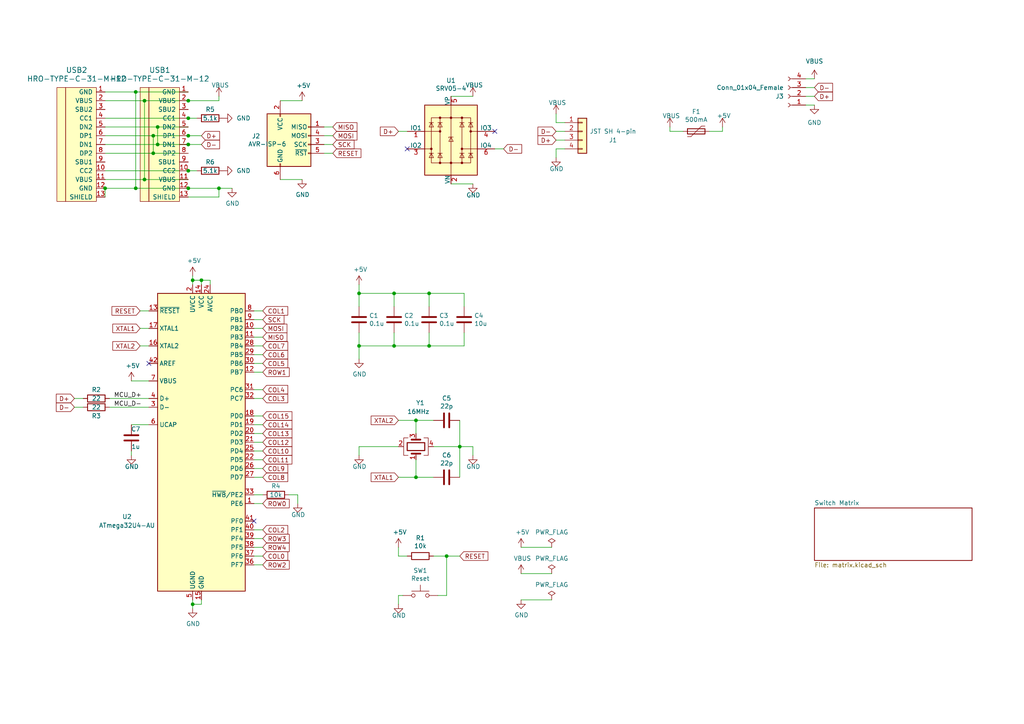
<source format=kicad_sch>
(kicad_sch (version 20230121) (generator eeschema)
  (paper "A4")
  (title_block (title "Bakeneko 65 V3") (date "2020-08-01") (rev "1") (comment 1 "Copyright © 2020 kkatano") (comment 2 "MIT License"))
  (lib_symbols
    (symbol "Connector:AVR-ISP-6" (pin_names (offset 1.016))
      (property "Reference" "J" (at 0 10.16 0))
      (property "Value" "Connector_AVR-ISP-6" (at 0 -7.62 0))
      (symbol "AVR-ISP-6_0_1"
        (rectangle (start -2.667 -5.588) (end -2.413 -6.35))
        (rectangle (start -2.667 8.89) (end -2.413 8.128))
        (rectangle (start 6.35 -2.413) (end 5.588 -2.667))
        (rectangle (start 6.35 0.127) (end 5.588 -0.127))
        (rectangle (start 6.35 2.667) (end 5.588 2.413))
        (rectangle (start 6.35 5.207) (end 5.588 4.953))
        (rectangle (start 6.35 8.89) (end -6.35 -6.35) (stroke (width 0.254)) (fill (type background)))
      )
      (symbol "AVR-ISP-6_1_1"
        (pin passive line (at 10.16 5.08 180) (length 3.81) (name "MISO") (number "1"))
        (pin power_in line (at -2.54 12.7 270) (length 3.81) (name "VCC") (number "2"))
        (pin passive line (at 10.16 0 180) (length 3.81) (name "SCK") (number "3"))
        (pin passive line (at 10.16 2.54 180) (length 3.81) (name "MOSI") (number "4"))
        (pin passive line (at 10.16 -2.54 180) (length 3.81) (name "~{RST}") (number "5"))
        (pin power_in line (at -2.54 -10.16 90) (length 3.81) (name "GND") (number "6"))
      )
    )
    (symbol "Connector:Conn_01x04_Female" (pin_names (offset 1.016) hide)
      (property "Reference" "J" (at 0 5.08 0))
      (property "Value" "Conn_01x04_Female" (at 0 -7.62 0))
      (symbol "Conn_01x04_Female_1_1"
        (arc (start 0 -4.572) (mid -0.5058 -5.08) (end 0 -5.588) (stroke (width 0.1524)))
        (arc (start 0 -2.032) (mid -0.5058 -2.54) (end 0 -3.048) (stroke (width 0.1524)))
        (polyline (pts (xy -1.27 -5.08) (xy -0.508 -5.08)) (stroke (width 0.1524)))
        (polyline (pts (xy -1.27 -2.54) (xy -0.508 -2.54)) (stroke (width 0.1524)))
        (polyline (pts (xy -1.27 0) (xy -0.508 0)) (stroke (width 0.1524)))
        (polyline (pts (xy -1.27 2.54) (xy -0.508 2.54)) (stroke (width 0.1524)))
        (arc (start 0 0.508) (mid -0.5058 0) (end 0 -0.508) (stroke (width 0.1524)))
        (arc (start 0 3.048) (mid -0.5058 2.54) (end 0 2.032) (stroke (width 0.1524)))
        (pin passive line (at -5.08 2.54 0) (length 3.81) (name "Pin_1") (number "1"))
        (pin passive line (at -5.08 0 0) (length 3.81) (name "Pin_2") (number "2"))
        (pin passive line (at -5.08 -2.54 0) (length 3.81) (name "Pin_3") (number "3"))
        (pin passive line (at -5.08 -5.08 0) (length 3.81) (name "Pin_4") (number "4"))
      )
    )
    (symbol "Connector_Generic:Conn_01x04" (pin_names (offset 1.016) hide)
      (property "Reference" "J" (at 0 5.08 0))
      (property "Value" "Connector_Generic_Conn_01x04" (at 0 -7.62 0))
      (symbol "Conn_01x04_1_1"
        (rectangle (start -1.27 -4.953) (end 0 -5.207) (stroke (width 0.1524)))
        (rectangle (start -1.27 -2.413) (end 0 -2.667) (stroke (width 0.1524)))
        (rectangle (start -1.27 0.127) (end 0 -0.127) (stroke (width 0.1524)))
        (rectangle (start -1.27 2.667) (end 0 2.413) (stroke (width 0.1524)))
        (rectangle (start -1.27 3.81) (end 1.27 -6.35) (stroke (width 0.254)) (fill (type background)))
        (pin passive line (at -5.08 2.54 0) (length 3.81) (name "Pin_1") (number "1"))
        (pin passive line (at -5.08 0 0) (length 3.81) (name "Pin_2") (number "2"))
        (pin passive line (at -5.08 -2.54 0) (length 3.81) (name "Pin_3") (number "3"))
        (pin passive line (at -5.08 -5.08 0) (length 3.81) (name "Pin_4") (number "4"))
      )
    )
    (symbol "Device:C" (pin_numbers hide) (pin_names (offset 0.254))
      (property "Reference" "C" (at 0.635 2.54 0))
      (property "Value" "Device_C" (at 0.635 -2.54 0))
      (symbol "C_0_1"
        (polyline (pts (xy -2.032 -0.762) (xy 2.032 -0.762)) (stroke (width 0.508)))
        (polyline (pts (xy -2.032 0.762) (xy 2.032 0.762)) (stroke (width 0.508)))
      )
      (symbol "C_1_1"
        (pin passive line (at 0 3.81 270) (length 2.794) (name "~") (number "1"))
        (pin passive line (at 0 -3.81 90) (length 2.794) (name "~") (number "2"))
      )
    )
    (symbol "Device:Crystal_GND24" (pin_names (offset 1.016) hide)
      (property "Reference" "Y" (at 3.175 5.08 0))
      (property "Value" "Device_Crystal_GND24" (at 3.175 3.175 0))
      (symbol "Crystal_GND24_0_1"
        (rectangle (start -1.143 2.54) (end 1.143 -2.54) (stroke (width 0.3048)))
        (polyline (pts (xy -2.54 0) (xy -2.032 0)))
        (polyline (pts (xy -2.032 -1.27) (xy -2.032 1.27)) (stroke (width 0.508)))
        (polyline (pts (xy 0 -3.81) (xy 0 -3.556)))
        (polyline (pts (xy 0 3.556) (xy 0 3.81)))
        (polyline (pts (xy 2.032 -1.27) (xy 2.032 1.27)) (stroke (width 0.508)))
        (polyline (pts (xy 2.032 0) (xy 2.54 0)))
        (polyline (pts (xy -2.54 -2.286) (xy -2.54 -3.556) (xy 2.54 -3.556) (xy 2.54 -2.286)))
        (polyline (pts (xy -2.54 2.286) (xy -2.54 3.556) (xy 2.54 3.556) (xy 2.54 2.286)))
      )
      (symbol "Crystal_GND24_1_1"
        (pin passive line (at -3.81 0 0) (length 1.27) (name "1") (number "1"))
        (pin passive line (at 0 5.08 270) (length 1.27) (name "2") (number "2"))
        (pin passive line (at 3.81 0 180) (length 1.27) (name "3") (number "3"))
        (pin passive line (at 0 -5.08 90) (length 1.27) (name "4") (number "4"))
      )
    )
    (symbol "Device:Polyfuse" (pin_numbers hide) (pin_names (offset 0))
      (property "Reference" "F" (at -2.54 0 90))
      (property "Value" "Device_Polyfuse" (at 2.54 0 90))
      (symbol "Polyfuse_0_1"
        (rectangle (start -0.762 2.54) (end 0.762 -2.54) (stroke (width 0.254)))
        (polyline (pts (xy 0 2.54) (xy 0 -2.54)))
        (polyline (pts (xy -1.524 2.54) (xy -1.524 1.524) (xy 1.524 -1.524) (xy 1.524 -2.54)))
      )
      (symbol "Polyfuse_1_1"
        (pin passive line (at 0 3.81 270) (length 1.27) (name "~") (number "1"))
        (pin passive line (at 0 -3.81 90) (length 1.27) (name "~") (number "2"))
      )
    )
    (symbol "Device:R" (pin_numbers hide) (pin_names (offset 0))
      (property "Reference" "R" (at 2.032 0 90))
      (property "Value" "Device_R" (at 0 0 90))
      (symbol "R_0_1"
        (rectangle (start -1.016 -2.54) (end 1.016 2.54) (stroke (width 0.254)))
      )
      (symbol "R_1_1"
        (pin passive line (at 0 3.81 270) (length 1.27) (name "~") (number "1"))
        (pin passive line (at 0 -3.81 90) (length 1.27) (name "~") (number "2"))
      )
    )
    (symbol "GND_1" (power) (pin_names (offset 0))
      (property "Value" "GND_1" (at 0 -3.81 0))
      (symbol "GND_1_0_1"
        (polyline (pts (xy 0 0) (xy 0 -1.27) (xy 1.27 -1.27) (xy 0 -2.54) (xy -1.27 -1.27) (xy 0 -1.27)))
      )
      (symbol "GND_1_1_1"
        (pin power_in line (at 0 0 270) (length 0) hide (name "GND") (number "1"))
      )
    )
    (symbol "GND_2" (power) (pin_names (offset 0))
      (property "Value" "GND_2" (at 0 -3.81 0))
      (symbol "GND_2_0_1"
        (polyline (pts (xy 0 0) (xy 0 -1.27) (xy 1.27 -1.27) (xy 0 -2.54) (xy -1.27 -1.27) (xy 0 -1.27)))
      )
      (symbol "GND_2_1_1"
        (pin power_in line (at 0 0 270) (length 0) hide (name "GND") (number "1"))
      )
    )
    (symbol "GND_3" (power) (pin_names (offset 0))
      (property "Value" "GND_3" (at 0 -3.81 0))
      (symbol "GND_3_0_1"
        (polyline (pts (xy 0 0) (xy 0 -1.27) (xy 1.27 -1.27) (xy 0 -2.54) (xy -1.27 -1.27) (xy 0 -1.27)))
      )
      (symbol "GND_3_1_1"
        (pin power_in line (at 0 0 270) (length 0) hide (name "GND") (number "1"))
      )
    )
    (symbol "MCU_Microchip_ATmega:ATmega32U4-AU"
      (property "Reference" "U" (at -12.7 44.45 0))
      (property "Value" "MCU_Microchip_ATmega_ATmega32U4-AU" (at 2.54 -44.45 0))
      (symbol "ATmega32U4-AU_0_1"
        (rectangle (start -12.7 -43.18) (end 12.7 43.18) (stroke (width 0.254)) (fill (type background)))
      )
      (symbol "ATmega32U4-AU_1_1"
        (pin tri_state line (at 15.24 -17.78 180) (length 2.54) (name "PE6") (number "1"))
        (pin tri_state line (at 15.24 33.02 180) (length 2.54) (name "PB2") (number "10"))
        (pin tri_state line (at 15.24 30.48 180) (length 2.54) (name "PB3") (number "11"))
        (pin tri_state line (at 15.24 20.32 180) (length 2.54) (name "PB7") (number "12"))
        (pin input line (at -15.24 38.1 0) (length 2.54) (name "~{RESET}") (number "13"))
        (pin power_in line (at 0 45.72 270) (length 2.54) (name "VCC") (number "14"))
        (pin power_in line (at 0 -45.72 90) (length 2.54) (name "GND") (number "15"))
        (pin output line (at -15.24 27.94 0) (length 2.54) (name "XTAL2") (number "16"))
        (pin input line (at -15.24 33.02 0) (length 2.54) (name "XTAL1") (number "17"))
        (pin tri_state line (at 15.24 7.62 180) (length 2.54) (name "PD0") (number "18"))
        (pin tri_state line (at 15.24 5.08 180) (length 2.54) (name "PD1") (number "19"))
        (pin power_in line (at -2.54 45.72 270) (length 2.54) (name "UVCC") (number "2"))
        (pin tri_state line (at 15.24 2.54 180) (length 2.54) (name "PD2") (number "20"))
        (pin tri_state line (at 15.24 0 180) (length 2.54) (name "PD3") (number "21"))
        (pin tri_state line (at 15.24 -5.08 180) (length 2.54) (name "PD5") (number "22"))
        (pin passive line (at 0 -45.72 90) (length 2.54) hide (name "GND") (number "23"))
        (pin power_in line (at 2.54 45.72 270) (length 2.54) (name "AVCC") (number "24"))
        (pin tri_state line (at 15.24 -2.54 180) (length 2.54) (name "PD4") (number "25"))
        (pin tri_state line (at 15.24 -7.62 180) (length 2.54) (name "PD6") (number "26"))
        (pin tri_state line (at 15.24 -10.16 180) (length 2.54) (name "PD7") (number "27"))
        (pin tri_state line (at 15.24 27.94 180) (length 2.54) (name "PB4") (number "28"))
        (pin tri_state line (at 15.24 25.4 180) (length 2.54) (name "PB5") (number "29"))
        (pin bidirectional line (at -15.24 10.16 0) (length 2.54) (name "D-") (number "3"))
        (pin tri_state line (at 15.24 22.86 180) (length 2.54) (name "PB6") (number "30"))
        (pin tri_state line (at 15.24 15.24 180) (length 2.54) (name "PC6") (number "31"))
        (pin tri_state line (at 15.24 12.7 180) (length 2.54) (name "PC7") (number "32"))
        (pin tri_state line (at 15.24 -15.24 180) (length 2.54) (name "~{HWB}/PE2") (number "33"))
        (pin passive line (at 0 45.72 270) (length 2.54) hide (name "VCC") (number "34"))
        (pin passive line (at 0 -45.72 90) (length 2.54) hide (name "GND") (number "35"))
        (pin tri_state line (at 15.24 -35.56 180) (length 2.54) (name "PF7") (number "36"))
        (pin tri_state line (at 15.24 -33.02 180) (length 2.54) (name "PF6") (number "37"))
        (pin tri_state line (at 15.24 -30.48 180) (length 2.54) (name "PF5") (number "38"))
        (pin tri_state line (at 15.24 -27.94 180) (length 2.54) (name "PF4") (number "39"))
        (pin bidirectional line (at -15.24 12.7 0) (length 2.54) (name "D+") (number "4"))
        (pin tri_state line (at 15.24 -25.4 180) (length 2.54) (name "PF1") (number "40"))
        (pin tri_state line (at 15.24 -22.86 180) (length 2.54) (name "PF0") (number "41"))
        (pin passive line (at -15.24 22.86 0) (length 2.54) (name "AREF") (number "42"))
        (pin passive line (at 0 -45.72 90) (length 2.54) hide (name "GND") (number "43"))
        (pin passive line (at 2.54 45.72 270) (length 2.54) hide (name "AVCC") (number "44"))
        (pin passive line (at -2.54 -45.72 90) (length 2.54) (name "UGND") (number "5"))
        (pin passive line (at -15.24 5.08 0) (length 2.54) (name "UCAP") (number "6"))
        (pin input line (at -15.24 17.78 0) (length 2.54) (name "VBUS") (number "7"))
        (pin tri_state line (at 15.24 38.1 180) (length 2.54) (name "PB0") (number "8"))
        (pin tri_state line (at 15.24 35.56 180) (length 2.54) (name "PB1") (number "9"))
      )
    )
    (symbol "Power_Protection:SRV05-4" (pin_names (offset 0))
      (property "Reference" "U" (at -5.08 11.43 0))
      (property "Value" "Power_Protection_SRV05-4" (at 2.54 11.43 0))
      (symbol "SRV05-4_0_0"
        (rectangle (start -5.715 6.477) (end 5.715 -6.604))
        (polyline (pts (xy -3.175 -6.604) (xy -3.175 6.477)))
        (polyline (pts (xy 3.175 6.477) (xy 3.175 -6.604)))
      )
      (symbol "SRV05-4_0_1"
        (rectangle (start -7.62 10.16) (end 7.62 -10.16) (stroke (width 0.254)) (fill (type background)))
        (circle (center -5.715 -2.54) (radius 0.2794) (fill (type outline)))
        (circle (center -3.175 -6.604) (radius 0.2794) (fill (type outline)))
        (circle (center -3.175 2.54) (radius 0.2794) (fill (type outline)))
        (circle (center -3.175 6.477) (radius 0.2794) (fill (type outline)))
        (circle (center 0 -6.604) (radius 0.2794) (fill (type outline)))
        (polyline (pts (xy -7.747 2.54) (xy -3.175 2.54)))
        (polyline (pts (xy -7.62 -2.54) (xy -5.715 -2.54)))
        (polyline (pts (xy -5.08 -3.81) (xy -6.35 -3.81)))
        (polyline (pts (xy -5.08 5.08) (xy -6.35 5.08)))
        (polyline (pts (xy -2.54 -3.81) (xy -3.81 -3.81)))
        (polyline (pts (xy -2.54 5.08) (xy -3.81 5.08)))
        (polyline (pts (xy 0 10.16) (xy 0 -10.16)))
        (polyline (pts (xy 3.81 -3.81) (xy 2.54 -3.81)))
        (polyline (pts (xy 3.81 5.08) (xy 2.54 5.08)))
        (polyline (pts (xy 6.35 -3.81) (xy 5.08 -3.81)))
        (polyline (pts (xy 6.35 5.08) (xy 5.08 5.08)))
        (polyline (pts (xy 7.62 -2.54) (xy 3.175 -2.54)))
        (polyline (pts (xy 7.62 2.54) (xy 5.715 2.54)))
        (polyline (pts (xy 0.635 0.889) (xy -0.635 0.889) (xy -0.635 0.635)))
        (polyline (pts (xy -5.08 -5.08) (xy -6.35 -5.08) (xy -5.715 -3.81) (xy -5.08 -5.08)))
        (polyline (pts (xy -5.08 3.81) (xy -6.35 3.81) (xy -5.715 5.08) (xy -5.08 3.81)))
        (polyline (pts (xy -2.54 -5.08) (xy -3.81 -5.08) (xy -3.175 -3.81) (xy -2.54 -5.08)))
        (polyline (pts (xy -2.54 3.81) (xy -3.81 3.81) (xy -3.175 5.08) (xy -2.54 3.81)))
        (polyline (pts (xy 0.635 -0.381) (xy -0.635 -0.381) (xy 0 0.889) (xy 0.635 -0.381)))
        (polyline (pts (xy 3.81 -5.08) (xy 2.54 -5.08) (xy 3.175 -3.81) (xy 3.81 -5.08)))
        (polyline (pts (xy 3.81 3.81) (xy 2.54 3.81) (xy 3.175 5.08) (xy 3.81 3.81)))
        (polyline (pts (xy 6.35 -5.08) (xy 5.08 -5.08) (xy 5.715 -3.81) (xy 6.35 -5.08)))
        (polyline (pts (xy 6.35 3.81) (xy 5.08 3.81) (xy 5.715 5.08) (xy 6.35 3.81)))
        (circle (center 0 6.477) (radius 0.2794) (fill (type outline)))
        (circle (center 3.175 -6.604) (radius 0.2794) (fill (type outline)))
        (circle (center 3.175 -2.54) (radius 0.2794) (fill (type outline)))
        (circle (center 3.175 6.477) (radius 0.2794) (fill (type outline)))
        (circle (center 5.715 2.54) (radius 0.2794) (fill (type outline)))
      )
      (symbol "SRV05-4_1_1"
        (pin passive line (at -12.7 2.54 0) (length 5.08) (name "IO1") (number "1"))
        (pin passive line (at 0 -12.7 90) (length 2.54) (name "VN") (number "2"))
        (pin passive line (at -12.7 -2.54 0) (length 5.08) (name "IO2") (number "3"))
        (pin passive line (at 12.7 2.54 180) (length 5.08) (name "IO3") (number "4"))
        (pin passive line (at 0 12.7 270) (length 2.54) (name "VP") (number "5"))
        (pin passive line (at 12.7 -2.54 180) (length 5.08) (name "IO4") (number "6"))
      )
    )
    (symbol "Switch:SW_Push" (pin_numbers hide) (pin_names (offset 1.016) hide)
      (property "Reference" "SW" (at 1.27 2.54 0))
      (property "Value" "Switch_SW_Push" (at 0 -1.524 0))
      (symbol "SW_Push_0_1"
        (circle (center -2.032 0) (radius 0.508))
        (polyline (pts (xy 0 1.27) (xy 0 3.048)))
        (polyline (pts (xy 2.54 1.27) (xy -2.54 1.27)))
        (circle (center 2.032 0) (radius 0.508))
        (pin passive line (at -5.08 0 0) (length 2.54) (name "1") (number "1"))
        (pin passive line (at 5.08 0 180) (length 2.54) (name "2") (number "2"))
      )
    )
    (symbol "Type-C:HRO-TYPE-C-31-M-12" (pin_names (offset 1.016))
      (property "Reference" "USB" (at -5.08 16.51 0))
      (property "Value" "HRO-TYPE-C-31-M-12" (at -10.16 -1.27 90))
      (symbol "HRO-TYPE-C-31-M-12_0_1"
        (rectangle (start -11.43 15.24) (end -8.89 -17.78) (fill (type background)))
        (rectangle (start 0 -17.78) (end -8.89 15.24) (fill (type background)))
      )
      (symbol "HRO-TYPE-C-31-M-12_1_1"
        (pin input line (at 2.54 13.97 180) (length 2.54) (name "GND") (number "1"))
        (pin input line (at 2.54 -8.89 180) (length 2.54) (name "CC2") (number "10"))
        (pin input line (at 2.54 -11.43 180) (length 2.54) (name "VBUS") (number "11"))
        (pin input line (at 2.54 -13.97 180) (length 2.54) (name "GND") (number "12"))
        (pin input line (at 2.54 -16.51 180) (length 2.54) (name "SHIELD") (number "13"))
        (pin input line (at 2.54 11.43 180) (length 2.54) (name "VBUS") (number "2"))
        (pin input line (at 2.54 8.89 180) (length 2.54) (name "SBU2") (number "3"))
        (pin input line (at 2.54 6.35 180) (length 2.54) (name "CC1") (number "4"))
        (pin input line (at 2.54 3.81 180) (length 2.54) (name "DN2") (number "5"))
        (pin input line (at 2.54 1.27 180) (length 2.54) (name "DP1") (number "6"))
        (pin input line (at 2.54 -1.27 180) (length 2.54) (name "DN1") (number "7"))
        (pin input line (at 2.54 -3.81 180) (length 2.54) (name "DP2") (number "8"))
        (pin input line (at 2.54 -6.35 180) (length 2.54) (name "SBU1") (number "9"))
      )
    )
    (symbol "VBUS_1" (power) (pin_names (offset 0))
      (property "Value" "VBUS_1" (at 0 3.81 0))
      (symbol "VBUS_1_0_1"
        (polyline (pts (xy -0.762 1.27) (xy 0 2.54)))
        (polyline (pts (xy 0 0) (xy 0 2.54)))
        (polyline (pts (xy 0 2.54) (xy 0.762 1.27)))
      )
      (symbol "VBUS_1_1_1"
        (pin power_in line (at 0 0 90) (length 0) hide (name "VBUS") (number "1"))
      )
    )
    (symbol "power:+5V" (power) (pin_names (offset 0))
      (property "Value" "power_+5V" (at 0 3.556 0))
      (symbol "+5V_0_1"
        (polyline (pts (xy -0.762 1.27) (xy 0 2.54)))
        (polyline (pts (xy 0 0) (xy 0 2.54)))
        (polyline (pts (xy 0 2.54) (xy 0.762 1.27)))
      )
      (symbol "+5V_1_1"
        (pin power_in line (at 0 0 90) (length 0) hide (name "+5V") (number "1"))
      )
    )
    (symbol "power:GND" (power) (pin_names (offset 0))
      (property "Value" "power_GND" (at 0 -3.81 0))
      (symbol "GND_0_1"
        (polyline (pts (xy 0 0) (xy 0 -1.27) (xy 1.27 -1.27) (xy 0 -2.54) (xy -1.27 -1.27) (xy 0 -1.27)))
      )
      (symbol "GND_1_1"
        (pin power_in line (at 0 0 270) (length 0) hide (name "GND") (number "1"))
      )
    )
    (symbol "power:PWR_FLAG" (power) (pin_numbers hide) (pin_names (offset 0) hide)
      (property "Value" "power_PWR_FLAG" (at 0 3.81 0))
      (symbol "PWR_FLAG_0_0"
        (pin power_out line (at 0 0 90) (length 0) (name "pwr") (number "1"))
      )
      (symbol "PWR_FLAG_0_1"
        (polyline (pts (xy 0 0) (xy 0 1.27) (xy -1.016 1.905) (xy 0 2.54) (xy 1.016 1.905) (xy 0 1.27)))
      )
    )
    (symbol "power:VBUS" (power) (pin_names (offset 0))
      (property "Value" "power_VBUS" (at 0 3.81 0))
      (symbol "VBUS_0_1"
        (polyline (pts (xy -0.762 1.27) (xy 0 2.54)))
        (polyline (pts (xy 0 0) (xy 0 2.54)))
        (polyline (pts (xy 0 2.54) (xy 0.762 1.27)))
      )
      (symbol "VBUS_1_1"
        (pin power_in line (at 0 0 90) (length 0) hide (name "VBUS") (number "1"))
      )
    )
  )
  (junction (at 30.48 54.61))
  (junction (at 44.45 44.45))
  (junction (at 104.14 100.33))
  (junction (at 124.46 100.33))
  (junction (at 39.37 26.67))
  (junction (at 41.91 29.21))
  (junction (at 54.61 49.53))
  (junction (at 55.88 175.26))
  (junction (at 120.65 121.92))
  (junction (at 114.3 100.33))
  (junction (at 45.72 41.91))
  (junction (at 54.61 29.21))
  (junction (at 44.45 39.37))
  (junction (at 54.61 41.91))
  (junction (at 54.61 34.29))
  (junction (at 133.35 129.54))
  (junction (at 58.42 81.28))
  (junction (at 55.88 81.28))
  (junction (at 104.14 85.09))
  (junction (at 39.37 54.61))
  (junction (at 41.91 52.07))
  (junction (at 124.46 85.09))
  (junction (at 129.54 161.29))
  (junction (at 54.61 39.37))
  (junction (at 120.65 138.43))
  (junction (at 63.5 54.61))
  (junction (at 54.61 54.61))
  (junction (at 114.3 85.09))
  (junction (at 45.72 36.83))
  (no_connect (at 43.18 105.41))
  (no_connect (at 143.51 38.1))
  (no_connect (at 118.11 43.18))
  (no_connect (at 73.66 151.13))
  (wire (pts (xy 54.61 57.15) (xy 63.5 57.15)))
  (wire (pts (xy 55.88 81.28) (xy 55.88 82.55)))
  (wire (pts (xy 104.14 129.54) (xy 115.57 129.54)))
  (wire (pts (xy 76.2 163.83) (xy 73.66 163.83)))
  (wire (pts (xy 120.65 138.43) (xy 125.73 138.43)))
  (wire (pts (xy 104.14 132.08) (xy 104.14 129.54)))
  (wire (pts (xy 236.22 25.4) (xy 233.68 25.4)))
  (wire (pts (xy 104.14 85.09) (xy 114.3 85.09)))
  (wire (pts (xy 163.83 40.64) (xy 161.29 40.64)))
  (wire (pts (xy 30.48 44.45) (xy 44.45 44.45)))
  (wire (pts (xy 63.5 54.61) (xy 63.5 57.15)))
  (wire (pts (xy 133.35 129.54) (xy 133.35 138.43)))
  (wire (pts (xy 236.22 30.48) (xy 233.68 30.48)))
  (wire (pts (xy 129.54 161.29) (xy 129.54 172.72)))
  (wire (pts (xy 133.35 129.54) (xy 137.16 129.54)))
  (wire (pts (xy 44.45 39.37) (xy 44.45 44.45)))
  (wire (pts (xy 41.91 29.21) (xy 41.91 52.07)))
  (wire (pts (xy 120.65 121.92) (xy 125.73 121.92)))
  (wire (pts (xy 39.37 54.61) (xy 54.61 54.61)))
  (wire (pts (xy 73.66 120.65) (xy 76.2 120.65)))
  (wire (pts (xy 129.54 172.72) (xy 127 172.72)))
  (wire (pts (xy 39.37 26.67) (xy 54.61 26.67)))
  (wire (pts (xy 76.2 133.35) (xy 73.66 133.35)))
  (wire (pts (xy 114.3 85.09) (xy 124.46 85.09)))
  (wire (pts (xy 44.45 39.37) (xy 54.61 39.37)))
  (wire (pts (xy 209.55 38.1) (xy 205.74 38.1)))
  (wire (pts (xy 104.14 85.09) (xy 104.14 88.9)))
  (wire (pts (xy 137.16 27.94) (xy 130.81 27.94)))
  (wire (pts (xy 40.64 90.17) (xy 43.18 90.17)))
  (wire (pts (xy 55.88 173.99) (xy 55.88 175.26)))
  (wire (pts (xy 38.1 110.49) (xy 43.18 110.49)))
  (wire (pts (xy 236.22 27.94) (xy 233.68 27.94)))
  (wire (pts (xy 55.88 175.26) (xy 55.88 176.53)))
  (wire (pts (xy 41.91 52.07) (xy 54.61 52.07)))
  (wire (pts (xy 83.82 143.51) (xy 86.36 143.51)))
  (wire (pts (xy 30.48 54.61) (xy 30.48 57.15)))
  (wire (pts (xy 45.72 36.83) (xy 45.72 41.91)))
  (wire (pts (xy 76.2 158.75) (xy 73.66 158.75)))
  (wire (pts (xy 115.57 138.43) (xy 120.65 138.43)))
  (wire (pts (xy 54.61 29.21) (xy 41.91 29.21)))
  (wire (pts (xy 114.3 88.9) (xy 114.3 85.09)))
  (wire (pts (xy 114.3 100.33) (xy 124.46 100.33)))
  (wire (pts (xy 115.57 172.72) (xy 116.84 172.72)))
  (wire (pts (xy 54.61 49.53) (xy 57.15 49.53)))
  (wire (pts (xy 93.98 44.45) (xy 96.52 44.45)))
  (wire (pts (xy 133.35 121.92) (xy 133.35 129.54)))
  (wire (pts (xy 96.52 36.83) (xy 93.98 36.83)))
  (wire (pts (xy 30.48 36.83) (xy 45.72 36.83)))
  (wire (pts (xy 73.66 113.03) (xy 76.2 113.03)))
  (wire (pts (xy 163.83 43.18) (xy 161.29 43.18)))
  (wire (pts (xy 38.1 130.81) (xy 38.1 132.08)))
  (wire (pts (xy 54.61 54.61) (xy 63.5 54.61)))
  (wire (pts (xy 73.66 100.33) (xy 76.2 100.33)))
  (wire (pts (xy 76.2 123.19) (xy 73.66 123.19)))
  (wire (pts (xy 30.48 49.53) (xy 54.61 49.53)))
  (wire (pts (xy 125.73 129.54) (xy 133.35 129.54)))
  (wire (pts (xy 146.05 43.18) (xy 143.51 43.18)))
  (wire (pts (xy 30.48 29.21) (xy 41.91 29.21)))
  (wire (pts (xy 39.37 54.61) (xy 39.37 26.67)))
  (wire (pts (xy 76.2 138.43) (xy 73.66 138.43)))
  (wire (pts (xy 81.28 52.07) (xy 87.63 52.07)))
  (wire (pts (xy 73.66 125.73) (xy 76.2 125.73)))
  (wire (pts (xy 81.28 29.21) (xy 87.63 29.21)))
  (wire (pts (xy 124.46 88.9) (xy 124.46 85.09)))
  (wire (pts (xy 104.14 82.55) (xy 104.14 85.09)))
  (wire (pts (xy 209.55 36.83) (xy 209.55 38.1)))
  (wire (pts (xy 236.22 22.86) (xy 233.68 22.86)))
  (wire (pts (xy 43.18 95.25) (xy 40.64 95.25)))
  (wire (pts (xy 115.57 121.92) (xy 120.65 121.92)))
  (wire (pts (xy 73.66 146.05) (xy 76.2 146.05)))
  (wire (pts (xy 73.66 130.81) (xy 76.2 130.81)))
  (wire (pts (xy 124.46 100.33) (xy 134.62 100.33)))
  (wire (pts (xy 76.2 143.51) (xy 73.66 143.51)))
  (wire (pts (xy 40.64 100.33) (xy 43.18 100.33)))
  (wire (pts (xy 134.62 88.9) (xy 134.62 85.09)))
  (wire (pts (xy 73.66 156.21) (xy 76.2 156.21)))
  (wire (pts (xy 21.59 115.57) (xy 24.13 115.57)))
  (wire (pts (xy 58.42 81.28) (xy 60.96 81.28)))
  (wire (pts (xy 30.48 34.29) (xy 54.61 34.29)))
  (wire (pts (xy 194.31 36.83) (xy 194.31 38.1)))
  (wire (pts (xy 63.5 29.21) (xy 54.61 29.21)))
  (wire (pts (xy 93.98 39.37) (xy 96.52 39.37)))
  (wire (pts (xy 198.12 38.1) (xy 194.31 38.1)))
  (wire (pts (xy 73.66 161.29) (xy 76.2 161.29)))
  (wire (pts (xy 73.66 90.17) (xy 76.2 90.17)))
  (wire (pts (xy 30.48 41.91) (xy 45.72 41.91)))
  (wire (pts (xy 30.48 39.37) (xy 44.45 39.37)))
  (wire (pts (xy 161.29 43.18) (xy 161.29 45.72)))
  (wire (pts (xy 76.2 107.95) (xy 73.66 107.95)))
  (wire (pts (xy 161.29 38.1) (xy 163.83 38.1)))
  (wire (pts (xy 76.2 92.71) (xy 73.66 92.71)))
  (wire (pts (xy 30.48 26.67) (xy 39.37 26.67)))
  (wire (pts (xy 63.5 54.61) (xy 67.31 54.61)))
  (wire (pts (xy 76.2 97.79) (xy 73.66 97.79)))
  (wire (pts (xy 38.1 123.19) (xy 43.18 123.19)))
  (wire (pts (xy 96.52 41.91) (xy 93.98 41.91)))
  (wire (pts (xy 31.75 115.57) (xy 43.18 115.57)))
  (wire (pts (xy 115.57 161.29) (xy 118.11 161.29)))
  (wire (pts (xy 120.65 133.35) (xy 120.65 138.43)))
  (wire (pts (xy 58.42 82.55) (xy 58.42 81.28)))
  (wire (pts (xy 124.46 96.52) (xy 124.46 100.33)))
  (wire (pts (xy 45.72 41.91) (xy 54.61 41.91)))
  (wire (pts (xy 134.62 100.33) (xy 134.62 96.52)))
  (wire (pts (xy 130.81 53.34) (xy 137.16 53.34)))
  (wire (pts (xy 55.88 80.01) (xy 55.88 81.28)))
  (wire (pts (xy 104.14 96.52) (xy 104.14 100.33)))
  (wire (pts (xy 76.2 128.27) (xy 73.66 128.27)))
  (wire (pts (xy 161.29 33.02) (xy 161.29 35.56)))
  (wire (pts (xy 151.13 166.37) (xy 160.02 166.37)))
  (wire (pts (xy 76.2 102.87) (xy 73.66 102.87)))
  (wire (pts (xy 115.57 38.1) (xy 118.11 38.1)))
  (wire (pts (xy 120.65 125.73) (xy 120.65 121.92)))
  (wire (pts (xy 73.66 135.89) (xy 76.2 135.89)))
  (wire (pts (xy 86.36 143.51) (xy 86.36 146.05)))
  (wire (pts (xy 58.42 175.26) (xy 58.42 173.99)))
  (wire (pts (xy 31.75 118.11) (xy 43.18 118.11)))
  (wire (pts (xy 115.57 158.75) (xy 115.57 161.29)))
  (wire (pts (xy 21.59 118.11) (xy 24.13 118.11)))
  (wire (pts (xy 104.14 100.33) (xy 104.14 104.14)))
  (wire (pts (xy 115.57 175.26) (xy 115.57 172.72)))
  (wire (pts (xy 54.61 34.29) (xy 57.15 34.29)))
  (wire (pts (xy 30.48 52.07) (xy 41.91 52.07)))
  (wire (pts (xy 104.14 100.33) (xy 114.3 100.33)))
  (wire (pts (xy 54.61 39.37) (xy 58.42 39.37)))
  (wire (pts (xy 129.54 161.29) (xy 133.35 161.29)))
  (wire (pts (xy 44.45 44.45) (xy 54.61 44.45)))
  (wire (pts (xy 151.13 158.75) (xy 160.02 158.75)))
  (wire (pts (xy 30.48 54.61) (xy 39.37 54.61)))
  (wire (pts (xy 125.73 161.29) (xy 129.54 161.29)))
  (wire (pts (xy 76.2 153.67) (xy 73.66 153.67)))
  (wire (pts (xy 73.66 95.25) (xy 76.2 95.25)))
  (wire (pts (xy 60.96 81.28) (xy 60.96 82.55)))
  (wire (pts (xy 63.5 27.94) (xy 63.5 29.21)))
  (wire (pts (xy 151.13 173.99) (xy 160.02 173.99)))
  (wire (pts (xy 134.62 85.09) (xy 124.46 85.09)))
  (wire (pts (xy 55.88 81.28) (xy 58.42 81.28)))
  (wire (pts (xy 137.16 129.54) (xy 137.16 132.08)))
  (wire (pts (xy 76.2 115.57) (xy 73.66 115.57)))
  (wire (pts (xy 114.3 96.52) (xy 114.3 100.33)))
  (wire (pts (xy 161.29 35.56) (xy 163.83 35.56)))
  (wire (pts (xy 55.88 175.26) (xy 58.42 175.26)))
  (wire (pts (xy 54.61 41.91) (xy 58.42 41.91)))
  (wire (pts (xy 45.72 36.83) (xy 54.61 36.83)))
  (wire (pts (xy 73.66 105.41) (xy 76.2 105.41)))
  (label "MCU_D+" (at 33.02 115.57 0))
  (label "MCU_D-" (at 33.02 118.11 0))
  (global_label "ROW1" (shape input) (at 76.2 107.95 0) (property "Intersheetrefs" "${INTERSHEET_REFS}" (effects hide)))
  (global_label "COL4" (shape input) (at 76.2 113.03 0) (property "Intersheetrefs" "${INTERSHEET_REFS}" (effects hide)))
  (global_label "RESET" (shape input) (at 133.35 161.29 0) (property "Intersheetrefs" "${INTERSHEET_REFS}" (effects hide)))
  (global_label "COL0" (shape input) (at 76.2 161.29 0) (property "Intersheetrefs" "${INTERSHEET_REFS}" (effects hide)))
  (global_label "XTAL1" (shape input) (at 115.57 138.43 180) (property "Intersheetrefs" "${INTERSHEET_REFS}" (effects hide)))
  (global_label "COL1" (shape input) (at 76.2 90.17 0) (property "Intersheetrefs" "${INTERSHEET_REFS}" (effects hide)))
  (global_label "COL15" (shape input) (at 76.2 120.65 0) (property "Intersheetrefs" "${INTERSHEET_REFS}" (effects hide)))
  (global_label "D+" (shape input) (at 58.42 39.37 0) (property "Intersheetrefs" "${INTERSHEET_REFS}" (effects hide)))
  (global_label "D-" (shape input) (at 21.59 118.11 180) (property "Intersheetrefs" "${INTERSHEET_REFS}" (effects hide)))
  (global_label "COL13" (shape input) (at 76.2 125.73 0) (property "Intersheetrefs" "${INTERSHEET_REFS}" (effects hide)))
  (global_label "D-" (shape input) (at 58.42 41.91 0) (property "Intersheetrefs" "${INTERSHEET_REFS}" (effects hide)))
  (global_label "D+" (shape input) (at 21.59 115.57 180) (property "Intersheetrefs" "${INTERSHEET_REFS}" (effects hide)))
  (global_label "COL3" (shape input) (at 76.2 115.57 0) (property "Intersheetrefs" "${INTERSHEET_REFS}" (effects hide)))
  (global_label "COL12" (shape input) (at 76.2 128.27 0) (property "Intersheetrefs" "${INTERSHEET_REFS}" (effects hide)))
  (global_label "COL2" (shape input) (at 76.2 153.67 0) (property "Intersheetrefs" "${INTERSHEET_REFS}" (effects hide)))
  (global_label "RESET" (shape input) (at 96.52 44.45 0) (property "Intersheetrefs" "${INTERSHEET_REFS}" (effects hide)))
  (global_label "XTAL2" (shape input) (at 115.57 121.92 180) (property "Intersheetrefs" "${INTERSHEET_REFS}" (effects hide)))
  (global_label "COL7" (shape input) (at 76.2 100.33 0) (property "Intersheetrefs" "${INTERSHEET_REFS}" (effects hide)))
  (global_label "D+" (shape input) (at 161.29 40.64 180) (property "Intersheetrefs" "${INTERSHEET_REFS}" (effects hide)))
  (global_label "XTAL2" (shape input) (at 40.64 100.33 180) (property "Intersheetrefs" "${INTERSHEET_REFS}" (effects hide)))
  (global_label "D+" (shape input) (at 115.57 38.1 180) (property "Intersheetrefs" "${INTERSHEET_REFS}" (effects hide)))
  (global_label "SCK" (shape input) (at 96.52 41.91 0) (property "Intersheetrefs" "${INTERSHEET_REFS}" (effects hide)))
  (global_label "COL5" (shape input) (at 76.2 105.41 0) (property "Intersheetrefs" "${INTERSHEET_REFS}" (effects hide)))
  (global_label "COL9" (shape input) (at 76.2 135.89 0) (property "Intersheetrefs" "${INTERSHEET_REFS}" (effects hide)))
  (global_label "MISO" (shape input) (at 76.2 97.79 0) (property "Intersheetrefs" "${INTERSHEET_REFS}" (effects hide)))
  (global_label "ROW3" (shape input) (at 76.2 156.21 0) (property "Intersheetrefs" "${INTERSHEET_REFS}" (effects hide)))
  (global_label "COL14" (shape input) (at 76.2 123.19 0) (property "Intersheetrefs" "${INTERSHEET_REFS}" (effects hide)))
  (global_label "D-" (shape input) (at 161.29 38.1 180) (property "Intersheetrefs" "${INTERSHEET_REFS}" (effects hide)))
  (global_label "ROW2" (shape input) (at 76.2 163.83 0) (property "Intersheetrefs" "${INTERSHEET_REFS}" (effects hide)))
  (global_label "RESET" (shape input) (at 40.64 90.17 180) (property "Intersheetrefs" "${INTERSHEET_REFS}" (effects hide)))
  (global_label "COL11" (shape input) (at 76.2 133.35 0) (property "Intersheetrefs" "${INTERSHEET_REFS}" (effects hide)))
  (global_label "MISO" (shape input) (at 96.52 36.83 0) (property "Intersheetrefs" "${INTERSHEET_REFS}" (effects hide)))
  (global_label "XTAL1" (shape input) (at 40.64 95.25 180) (property "Intersheetrefs" "${INTERSHEET_REFS}" (effects hide)))
  (global_label "COL8" (shape input) (at 76.2 138.43 0) (property "Intersheetrefs" "${INTERSHEET_REFS}" (effects hide)))
  (global_label "ROW0" (shape input) (at 76.2 146.05 0) (property "Intersheetrefs" "${INTERSHEET_REFS}" (effects hide)))
  (global_label "D+" (shape input) (at 236.22 27.94 0) (property "Intersheetrefs" "${INTERSHEET_REFS}" (effects hide)))
  (global_label "COL6" (shape input) (at 76.2 102.87 0) (property "Intersheetrefs" "${INTERSHEET_REFS}" (effects hide)))
  (global_label "D-" (shape input) (at 146.05 43.18 0) (property "Intersheetrefs" "${INTERSHEET_REFS}" (effects hide)))
  (global_label "MOSI" (shape input) (at 96.52 39.37 0) (property "Intersheetrefs" "${INTERSHEET_REFS}" (effects hide)))
  (global_label "COL10" (shape input) (at 76.2 130.81 0) (property "Intersheetrefs" "${INTERSHEET_REFS}" (effects hide)))
  (global_label "ROW4" (shape input) (at 76.2 158.75 0) (property "Intersheetrefs" "${INTERSHEET_REFS}" (effects hide)))
  (global_label "D-" (shape input) (at 236.22 25.4 0) (property "Intersheetrefs" "${INTERSHEET_REFS}" (effects hide)))
  (global_label "MOSI" (shape input) (at 76.2 95.25 0) (property "Intersheetrefs" "${INTERSHEET_REFS}" (effects hide)))
  (global_label "SCK" (shape input) (at 76.2 92.71 0) (property "Intersheetrefs" "${INTERSHEET_REFS}" (effects hide)))
  (symbol (lib_id "power:PWR_FLAG") (at 160.02 158.75 0) (unit 1)
    (property "Reference" "#FLG01" (effects hide))
    (property "Value" "PWR_FLAG" (at 160.02 154.3558 0))
  )
  (symbol (lib_id "power:PWR_FLAG") (at 160.02 166.37 0) (unit 1)
    (property "Reference" "#FLG02" (effects hide))
    (property "Value" "PWR_FLAG" (at 160.02 161.9758 0))
  )
  (symbol (lib_id "power:PWR_FLAG") (at 160.02 173.99 0) (unit 1)
    (property "Reference" "#FLG03" (effects hide))
    (property "Value" "PWR_FLAG" (at 160.02 169.5958 0))
  )
  (symbol (lib_id "power:GND") (at 151.13 173.99 0) (unit 1)
    (property "Reference" "#PWR05" (effects hide))
    (property "Value" "GND" (at 151.257 178.3842 0))
  )
  (symbol (lib_id "power:GND") (at 104.14 104.14 0) (unit 1)
    (property "Reference" "#PWR09" (effects hide))
    (property "Value" "GND" (at 104.267 108.5342 0))
  )
  (symbol (lib_id "Device:C") (at 104.14 92.71 0) (unit 1)
    (property "Reference" "C1" (at 107.061 91.5416 0) (effects (justify left)))
    (property "Value" "0.1u" (at 107.061 93.853 0) (effects (justify left)))
    (property "Footprint" "Capacitor_SMD:C_0805_2012Metric" (effects hide))
    (property "LCSC Part #" "C49678" (effects hide))
  )
  (symbol (lib_id "Device:C") (at 114.3 92.71 0) (unit 1)
    (property "Reference" "C2" (at 117.221 91.5416 0) (effects (justify left)))
    (property "Value" "0.1u" (at 117.221 93.853 0) (effects (justify left)))
    (property "Footprint" "Capacitor_SMD:C_0805_2012Metric" (effects hide))
    (property "LCSC Part #" "C49678" (effects hide))
  )
  (symbol (lib_id "Device:C") (at 124.46 92.71 0) (unit 1)
    (property "Reference" "C3" (at 127.381 91.5416 0) (effects (justify left)))
    (property "Value" "0.1u" (at 127.381 93.853 0) (effects (justify left)))
    (property "Footprint" "Capacitor_SMD:C_0805_2012Metric" (effects hide))
    (property "LCSC Part #" "C49678" (effects hide))
  )
  (symbol (lib_id "Device:C") (at 134.62 92.71 0) (unit 1)
    (property "Reference" "C4" (at 137.541 91.5416 0) (effects (justify left)))
    (property "Value" "10u" (at 137.541 93.853 0) (effects (justify left)))
    (property "Footprint" "Capacitor_SMD:C_0805_2012Metric" (effects hide))
    (property "LCSC Part #" "C15850" (effects hide))
  )
  (symbol (lib_id "Device:Polyfuse") (at 201.93 38.1 270) (unit 1)
    (property "Reference" "F1" (at 201.93 32.385 90))
    (property "Value" "500mA" (at 201.93 34.6964 90))
    (property "Footprint" "Fuse:Fuse_1206_3216Metric" (effects hide))
    (property "LCSC Part #" "C70076" (effects hide))
  )
  (symbol (lib_id "Connector_Generic:Conn_01x04") (at 168.91 38.1 0) (unit 1)
    (property "Reference" "J1" (at 177.8 40.64 0))
    (property "Value" "JST SH 4-pin" (at 177.8 38.1 0))
    (property "Footprint" "Connector_JST:JST_SH_SM04B-SRSS-TB_1x04-1MP_P1.00mm_Horizontal" (effects hide))
    (property "LCSC Part #" "C160404" (effects hide))
  )
  (symbol (lib_id "power:GND") (at 161.29 45.72 0) (unit 1)
    (property "Reference" "#PWR02" (effects hide))
    (property "Value" "GND" (at 161.417 48.9712 0))
  )
  (symbol (lib_id "Device:R") (at 27.94 115.57 270) (unit 1)
    (property "Reference" "R2" (at 27.94 113.03 90))
    (property "Value" "22" (at 27.94 115.57 90))
    (property "Footprint" "Resistor_SMD:R_0805_2012Metric" (effects hide))
    (property "LCSC Part #" "C17561" (effects hide))
  )
  (symbol (lib_id "Device:R") (at 27.94 118.11 270) (unit 1)
    (property "Reference" "R3" (at 27.94 120.65 90))
    (property "Value" "22" (at 27.94 118.11 90))
    (property "Footprint" "Resistor_SMD:R_0805_2012Metric" (effects hide))
    (property "LCSC Part #" "C17561" (effects hide))
  )
  (symbol (lib_id "MCU_Microchip_ATmega:ATmega32U4-AU") (at 58.42 128.27 0) (unit 1)
    (property "Reference" "U2" (at 36.83 149.86 0))
    (property "Value" "ATmega32U4-AU" (at 36.83 152.4 0))
    (property "Footprint" "tahutech:Hybrid Atmega32u4" (effects hide))
    (property "Datasheet" "http://ww1.microchip.com/downloads/en/DeviceDoc/Atmel-7766-8-bit-AVR-ATmega16U4-32U4_Datasheet.pdf" (effects hide))
    (property "LCSC Part #" "C44854" (effects hide))
  )
  (symbol (lib_id "power:VBUS") (at 151.13 166.37 0) (unit 1)
    (property "Reference" "#PWR04" (effects hide))
    (property "Value" "VBUS" (at 151.511 161.9758 0))
  )
  (symbol (lib_id "power:VBUS") (at 194.31 36.83 0) (unit 1)
    (property "Reference" "#PWR06" (effects hide))
    (property "Value" "VBUS" (at 194.691 33.6042 0))
  )
  (symbol (lib_id "Switch:SW_Push") (at 121.92 172.72 0) (unit 1)
    (property "Reference" "SW1" (at 121.92 165.481 0))
    (property "Value" "Reset" (at 121.92 167.7924 0))
    (property "Footprint" "Button_Switch_SMD:SW_SPST_TL3342" (effects hide))
    (property "LCSC Part #" "C318884" (effects hide))
  )
  (symbol (lib_id "power:GND") (at 115.57 175.26 0) (unit 1)
    (property "Reference" "#PWR011" (effects hide))
    (property "Value" "GND" (at 115.697 178.5112 0))
  )
  (symbol (lib_id "Device:R") (at 121.92 161.29 270) (unit 1)
    (property "Reference" "R1" (at 121.92 156.0322 90))
    (property "Value" "10k" (at 121.92 158.3436 90))
    (property "Footprint" "Resistor_SMD:R_0805_2012Metric" (effects hide))
    (property "LCSC Part #" "C17414" (effects hide))
  )
  (symbol (lib_id "Device:C") (at 38.1 127 0) (unit 1)
    (property "Reference" "C7" (at 39.37 124.46 0))
    (property "Value" "1u" (at 39.37 129.54 0))
    (property "Footprint" "Capacitor_SMD:C_0805_2012Metric" (effects hide))
    (property "LCSC Part #" "C28323" (effects hide))
  )
  (symbol (lib_id "power:GND") (at 38.1 132.08 0) (unit 1)
    (property "Reference" "#PWR019" (effects hide))
    (property "Value" "GND" (at 38.227 135.3312 0))
  )
  (symbol (lib_id "power:GND") (at 55.88 176.53 0) (unit 1)
    (property "Reference" "#PWR022" (effects hide))
    (property "Value" "GND" (at 56.007 180.9242 0))
  )
  (symbol (lib_id "Device:R") (at 80.01 143.51 270) (unit 1)
    (property "Reference" "R4" (at 80.01 140.97 90))
    (property "Value" "10k" (at 80.01 143.51 90))
    (property "Footprint" "Resistor_SMD:R_0805_2012Metric" (effects hide))
    (property "LCSC Part #" "C17414" (effects hide))
  )
  (symbol (lib_id "power:GND") (at 86.36 146.05 0) (unit 1)
    (property "Reference" "#PWR021" (effects hide))
    (property "Value" "GND" (at 86.487 149.3012 0))
  )
  (symbol (lib_id "Device:Crystal_GND24") (at 120.65 129.54 90) (unit 1)
    (property "Reference" "Y1" (at 120.65 116.84 90) (effects (justify right)))
    (property "Value" "16MHz" (at 118.11 119.38 90) (effects (justify right)))
    (property "Footprint" "Crystal:Crystal_SMD_3225-4Pin_3.2x2.5mm" (effects hide))
    (property "LCSC Part #" "C13738" (effects hide))
  )
  (symbol (lib_id "power:GND") (at 104.14 132.08 0) (unit 1)
    (property "Reference" "#PWR012" (effects hide))
    (property "Value" "GND" (at 104.267 135.3312 0))
  )
  (symbol (lib_id "power:GND") (at 137.16 132.08 0) (unit 1)
    (property "Reference" "#PWR013" (effects hide))
    (property "Value" "GND" (at 137.287 135.3312 0))
  )
  (symbol (lib_id "Device:C") (at 129.54 121.92 270) (unit 1)
    (property "Reference" "C5" (at 129.54 115.5192 90))
    (property "Value" "22p" (at 129.54 117.8306 90))
    (property "Footprint" "Capacitor_SMD:C_0805_2012Metric" (effects hide))
    (property "LCSC Part #" "C1804" (effects hide))
  )
  (symbol (lib_id "Device:C") (at 129.54 138.43 270) (unit 1)
    (property "Reference" "C6" (at 129.54 132.0292 90))
    (property "Value" "22p" (at 129.54 134.3406 90))
    (property "Footprint" "Capacitor_SMD:C_0805_2012Metric" (effects hide))
    (property "LCSC Part #" "C1804" (effects hide))
  )
  (symbol (lib_id "power:+5V") (at 151.13 158.75 0) (unit 1)
    (property "Reference" "#PWR0101" (effects hide))
    (property "Value" "+5V" (at 151.511 154.3558 0))
  )
  (symbol (lib_id "power:+5V") (at 104.14 82.55 0) (unit 1)
    (property "Reference" "#PWR0102" (effects hide))
    (property "Value" "+5V" (at 104.521 78.1558 0))
  )
  (symbol (lib_id "power:+5V") (at 209.55 36.83 0) (unit 1)
    (property "Reference" "#PWR0103" (effects hide))
    (property "Value" "+5V" (at 209.931 33.5788 0))
  )
  (symbol (lib_id "power:+5V") (at 87.63 29.21 0) (unit 1)
    (property "Reference" "#PWR0104" (effects hide))
    (property "Value" "+5V" (at 88.011 24.8158 0))
  )
  (symbol (lib_id "power:+5V") (at 115.57 158.75 0) (unit 1)
    (property "Reference" "#PWR0105" (effects hide))
    (property "Value" "+5V" (at 115.951 154.3558 0))
  )
  (symbol (lib_id "power:+5V") (at 55.88 80.01 0) (unit 1)
    (property "Reference" "#PWR0106" (effects hide))
    (property "Value" "+5V" (at 56.261 75.6158 0))
  )
  (symbol (lib_id "Connector:AVR-ISP-6") (at 83.82 41.91 0) (unit 1)
    (property "Reference" "J2" (at 75.4634 39.4716 0) (effects (justify right)))
    (property "Value" "AVR-ISP-6" (at 83.0834 41.783 0) (effects (justify right)))
    (property "Footprint" "bakeneko:ISP" (effects hide))
    (property "Datasheet" " ~" (effects hide))
  )
  (symbol (lib_id "power:GND") (at 87.63 52.07 0) (unit 1)
    (property "Reference" "#PWR015" (effects hide))
    (property "Value" "GND" (at 87.757 56.4642 0))
  )
  (symbol (lib_id "power:+5V") (at 38.1 110.49 0) (unit 1)
    (property "Reference" "#PWR0107" (effects hide))
    (property "Value" "+5V" (at 38.481 106.0958 0))
  )
  (symbol (lib_id "Power_Protection:SRV05-4") (at 130.81 40.64 0) (unit 1)
    (property "Reference" "U1" (at 130.81 23.3426 0))
    (property "Value" "SRV05-4" (at 130.81 25.654 0))
    (property "Footprint" "Package_TO_SOT_SMD:SOT-23-6" (effects hide))
    (property "Datasheet" "http://www.onsemi.com/pub/Collateral/SRV05-4-D.PDF" (effects hide))
    (property "LCSC Part #" "C85364" (effects hide))
  )
  (symbol (lib_id "power:GND") (at 137.16 53.34 0) (unit 1)
    (property "Reference" "#PWR03" (effects hide))
    (property "Value" "GND" (at 137.287 56.5912 0))
  )
  (symbol (lib_id "power:VBUS") (at 137.16 27.94 0) (unit 1)
    (property "Reference" "#PWR01" (effects hide))
    (property "Value" "VBUS" (at 137.541 24.6888 0))
  )
  (symbol (lib_id "power:VBUS") (at 63.5 27.94 0) (unit 1)
    (property "Reference" "#PWR08" (effects hide))
    (property "Value" "VBUS" (at 63.881 24.7142 0))
  )
  (symbol (lib_name "GND_2") (lib_id "power:GND") (at 64.77 49.53 90) (unit 1)
    (property "Reference" "#PWR016" (effects hide))
    (property "Value" "GND" (at 68.58 49.53 90) (effects (justify right)))
  )
  (symbol (lib_id "power:GND") (at 67.31 54.61 0) (unit 1)
    (property "Reference" "#PWR010" (effects hide))
    (property "Value" "GND" (at 67.437 59.0042 0))
  )
  (symbol (lib_id "Device:R") (at 60.96 34.29 270) (unit 1)
    (property "Reference" "R5" (at 60.96 31.75 90))
    (property "Value" "5.1k" (at 60.96 34.29 90))
    (property "Footprint" "Resistor_SMD:R_0805_2012Metric" (effects hide))
    (property "LCSC Part #" "C17414" (effects hide))
  )
  (symbol (lib_id "Device:R") (at 60.96 49.53 270) (unit 1)
    (property "Reference" "R6" (at 60.96 46.99 90))
    (property "Value" "5.1k" (at 60.96 49.53 90))
    (property "Footprint" "Resistor_SMD:R_0805_2012Metric" (effects hide))
    (property "LCSC Part #" "C17414" (effects hide))
  )
  (symbol (lib_name "VBUS_1") (lib_id "power:VBUS") (at 236.22 22.86 0) (unit 1)
    (property "Reference" "#PWR018" (effects hide))
    (property "Value" "VBUS" (at 236.22 17.78 0))
  )
  (symbol (lib_name "GND_3") (lib_id "power:GND") (at 236.22 30.48 0) (unit 1)
    (property "Reference" "#PWR017" (effects hide))
    (property "Value" "GND" (at 236.22 35.56 0))
  )
  (symbol (lib_id "Type-C:HRO-TYPE-C-31-M-12") (at 52.07 40.64 0) (unit 1)
    (property "Reference" "USB1" (at 46.355 20.32 0) (effects (font (size 1.524 1.524))))
    (property "Value" "HRO-TYPE-C-31-M-12" (at 46.355 22.86 0) (effects (font (size 1.524 1.524))))
    (property "Footprint" "Type-C:HRO-TYPE-C-31-M-12" (effects hide))
  )
  (symbol (lib_id "Connector:Conn_01x04_Female") (at 228.6 27.94 180) (unit 1)
    (property "Reference" "J3" (at 227.33 27.94 0) (effects (justify left)))
    (property "Value" "Conn_01x04_Female" (at 227.33 25.4 0) (effects (justify left)))
    (property "Footprint" "Connector_PinHeader_1.00mm:PinHeader_1x04_P1.00mm_Vertical" (effects hide))
  )
  (symbol (lib_id "Type-C:HRO-TYPE-C-31-M-12") (at 27.94 40.64 0) (unit 1)
    (property "Reference" "USB2" (at 22.225 20.32 0) (effects (font (size 1.524 1.524))))
    (property "Value" "HRO-TYPE-C-31-M-12" (at 22.225 22.86 0) (effects (font (size 1.524 1.524))))
    (property "Footprint" "Type-C:HRO-TYPE-C-31-M-12" (effects hide))
  )
  (symbol (lib_id "power:VBUS") (at 161.29 33.02 0) (unit 1)
    (property "Reference" "#PWR07" (effects hide))
    (property "Value" "VBUS" (at 161.671 29.7942 0))
  )
  (symbol (lib_name "GND_1") (lib_id "power:GND") (at 64.77 34.29 90) (unit 1)
    (property "Reference" "#PWR014" (effects hide))
    (property "Value" "GND" (at 68.58 34.29 90) (effects (justify right)))
  )
  (sheet (at 236.22 147.32) (size 45.72 15.24)
    (property "Sheetname" "Switch Matrix" (at 236.22 146.6084 0) (effects (justify left bottom)))
    (property "Sheetfile" "matrix.kicad_sch" (at 236.22 163.1446 0) (effects (justify left top)))
  )
)
</source>
